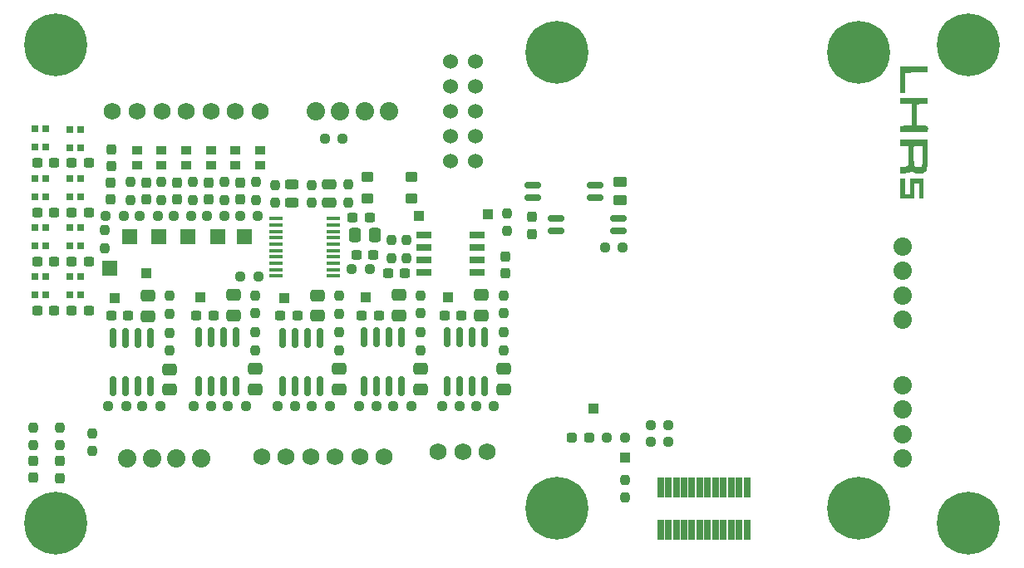
<source format=gbr>
%TF.GenerationSoftware,KiCad,Pcbnew,9.0.0*%
%TF.CreationDate,2025-08-25T22:46:20-05:00*%
%TF.ProjectId,BPS-Voltage_Temp_Board,4250532d-566f-46c7-9461-67655f54656d,rev?*%
%TF.SameCoordinates,Original*%
%TF.FileFunction,Soldermask,Top*%
%TF.FilePolarity,Negative*%
%FSLAX46Y46*%
G04 Gerber Fmt 4.6, Leading zero omitted, Abs format (unit mm)*
G04 Created by KiCad (PCBNEW 9.0.0) date 2025-08-25 22:46:20*
%MOMM*%
%LPD*%
G01*
G04 APERTURE LIST*
G04 Aperture macros list*
%AMRoundRect*
0 Rectangle with rounded corners*
0 $1 Rounding radius*
0 $2 $3 $4 $5 $6 $7 $8 $9 X,Y pos of 4 corners*
0 Add a 4 corners polygon primitive as box body*
4,1,4,$2,$3,$4,$5,$6,$7,$8,$9,$2,$3,0*
0 Add four circle primitives for the rounded corners*
1,1,$1+$1,$2,$3*
1,1,$1+$1,$4,$5*
1,1,$1+$1,$6,$7*
1,1,$1+$1,$8,$9*
0 Add four rect primitives between the rounded corners*
20,1,$1+$1,$2,$3,$4,$5,0*
20,1,$1+$1,$4,$5,$6,$7,0*
20,1,$1+$1,$6,$7,$8,$9,0*
20,1,$1+$1,$8,$9,$2,$3,0*%
G04 Aperture macros list end*
%ADD10C,0.000000*%
%ADD11RoundRect,0.250000X0.475000X-0.337500X0.475000X0.337500X-0.475000X0.337500X-0.475000X-0.337500X0*%
%ADD12R,1.000000X1.000000*%
%ADD13RoundRect,0.237500X-0.300000X-0.237500X0.300000X-0.237500X0.300000X0.237500X-0.300000X0.237500X0*%
%ADD14R,0.700000X0.700000*%
%ADD15RoundRect,0.237500X-0.237500X0.250000X-0.237500X-0.250000X0.237500X-0.250000X0.237500X0.250000X0*%
%ADD16C,1.524000*%
%ADD17RoundRect,0.237500X-0.237500X0.300000X-0.237500X-0.300000X0.237500X-0.300000X0.237500X0.300000X0*%
%ADD18C,3.600000*%
%ADD19C,6.400000*%
%ADD20RoundRect,0.250000X-0.475000X0.250000X-0.475000X-0.250000X0.475000X-0.250000X0.475000X0.250000X0*%
%ADD21RoundRect,0.237500X-0.287500X-0.237500X0.287500X-0.237500X0.287500X0.237500X-0.287500X0.237500X0*%
%ADD22RoundRect,0.237500X-0.250000X-0.237500X0.250000X-0.237500X0.250000X0.237500X-0.250000X0.237500X0*%
%ADD23R,1.010000X0.940000*%
%ADD24C,1.875000*%
%ADD25RoundRect,0.237500X0.237500X-0.250000X0.237500X0.250000X-0.237500X0.250000X-0.237500X-0.250000X0*%
%ADD26RoundRect,0.237500X0.250000X0.237500X-0.250000X0.237500X-0.250000X-0.237500X0.250000X-0.237500X0*%
%ADD27RoundRect,0.250000X-0.337500X-0.475000X0.337500X-0.475000X0.337500X0.475000X-0.337500X0.475000X0*%
%ADD28RoundRect,0.237500X0.300000X0.237500X-0.300000X0.237500X-0.300000X-0.237500X0.300000X-0.237500X0*%
%ADD29C,1.752600*%
%ADD30RoundRect,0.102000X0.275000X0.900000X-0.275000X0.900000X-0.275000X-0.900000X0.275000X-0.900000X0*%
%ADD31RoundRect,0.150000X0.150000X-0.825000X0.150000X0.825000X-0.150000X0.825000X-0.150000X-0.825000X0*%
%ADD32RoundRect,0.237500X0.237500X-0.300000X0.237500X0.300000X-0.237500X0.300000X-0.237500X-0.300000X0*%
%ADD33RoundRect,0.243750X0.456250X-0.243750X0.456250X0.243750X-0.456250X0.243750X-0.456250X-0.243750X0*%
%ADD34RoundRect,0.102000X0.500000X0.375000X-0.500000X0.375000X-0.500000X-0.375000X0.500000X-0.375000X0*%
%ADD35R,1.500000X1.500000*%
%ADD36RoundRect,0.237500X0.237500X-0.287500X0.237500X0.287500X-0.237500X0.287500X-0.237500X-0.287500X0*%
%ADD37RoundRect,0.250000X-0.450000X0.262500X-0.450000X-0.262500X0.450000X-0.262500X0.450000X0.262500X0*%
%ADD38RoundRect,0.150000X-0.662500X-0.150000X0.662500X-0.150000X0.662500X0.150000X-0.662500X0.150000X0*%
%ADD39R,1.528000X0.650000*%
%ADD40RoundRect,0.150000X0.662500X0.150000X-0.662500X0.150000X-0.662500X-0.150000X0.662500X-0.150000X0*%
%ADD41R,1.475000X0.450000*%
G04 APERTURE END LIST*
D10*
%TO.C,LOGO2*%
G36*
X209438512Y-71907834D02*
G01*
X210837024Y-71921231D01*
X210837024Y-72198413D01*
X210837024Y-72475596D01*
X209703095Y-72500794D01*
X208569167Y-72525993D01*
X208555524Y-73546528D01*
X208541881Y-74567064D01*
X208290941Y-74567064D01*
X208040000Y-74567064D01*
X208040000Y-73230751D01*
X208040000Y-71894438D01*
X209438512Y-71907834D01*
G37*
G36*
X208501508Y-84131151D02*
G01*
X208501508Y-84912301D01*
X208753492Y-84912301D01*
X209005476Y-84912301D01*
X209005476Y-84131151D01*
X209005476Y-83350000D01*
X209711032Y-83350000D01*
X210416587Y-83350000D01*
X210416587Y-84357936D01*
X210416587Y-85365873D01*
X210189802Y-85365873D01*
X209963016Y-85365873D01*
X209963016Y-84584722D01*
X209963016Y-83803571D01*
X209711032Y-83803571D01*
X209459048Y-83803571D01*
X209459048Y-84584722D01*
X209459048Y-85365873D01*
X208753492Y-85365873D01*
X208047937Y-85365873D01*
X208047937Y-84357936D01*
X208047937Y-83350000D01*
X208274722Y-83350000D01*
X208501508Y-83350000D01*
X208501508Y-84131151D01*
G37*
G36*
X209436086Y-75082830D02*
G01*
X210837024Y-75096231D01*
X210851975Y-75352691D01*
X210847139Y-75551790D01*
X210804580Y-75660363D01*
X210798756Y-75665728D01*
X210721427Y-75691275D01*
X210568757Y-75714051D01*
X210366199Y-75730876D01*
X210229439Y-75736847D01*
X209728294Y-75751389D01*
X209728294Y-76834921D01*
X209728294Y-77918453D01*
X210269526Y-77932752D01*
X210527445Y-77942061D01*
X210700221Y-77961771D01*
X210803491Y-78003781D01*
X210852895Y-78079990D01*
X210864070Y-78202298D01*
X210853130Y-78376828D01*
X210837024Y-78573612D01*
X209438512Y-78587008D01*
X208040000Y-78600404D01*
X208040000Y-78273678D01*
X208040000Y-77946952D01*
X208606964Y-77932703D01*
X209173929Y-77918453D01*
X209187506Y-76823982D01*
X209201084Y-75729510D01*
X208633141Y-75715251D01*
X208065199Y-75700993D01*
X208050174Y-75385211D01*
X208035149Y-75069429D01*
X209436086Y-75082830D01*
G37*
G36*
X209887884Y-79354762D02*
G01*
X210809905Y-79354762D01*
X210841491Y-79480608D01*
X210849274Y-79563764D01*
X210854850Y-79732805D01*
X210858097Y-79972847D01*
X210858894Y-80269004D01*
X210857120Y-80606389D01*
X210853276Y-80929517D01*
X210844807Y-81397725D01*
X210832131Y-81775655D01*
X210811144Y-82073823D01*
X210777743Y-82302744D01*
X210727822Y-82472934D01*
X210657279Y-82594908D01*
X210562008Y-82679182D01*
X210437906Y-82736272D01*
X210280868Y-82776693D01*
X210121144Y-82805352D01*
X209918686Y-82815781D01*
X209696195Y-82792188D01*
X209487652Y-82741695D01*
X209327034Y-82671422D01*
X209271840Y-82627371D01*
X209205924Y-82563130D01*
X209153618Y-82563297D01*
X209073428Y-82630288D01*
X209063615Y-82639499D01*
X208988649Y-82695563D01*
X208891225Y-82732230D01*
X208746366Y-82755316D01*
X208529095Y-82770634D01*
X208492571Y-82772438D01*
X208040000Y-82794076D01*
X208040000Y-82460332D01*
X208040000Y-82126588D01*
X208335585Y-82126588D01*
X208542287Y-82114342D01*
X208685649Y-82071898D01*
X208763958Y-82022136D01*
X208896746Y-81917685D01*
X208896746Y-80963803D01*
X208896746Y-80728345D01*
X209405481Y-80728345D01*
X209408874Y-81027158D01*
X209408902Y-81028719D01*
X209415993Y-81365482D01*
X209424390Y-81615965D01*
X209435596Y-81794681D01*
X209451115Y-81916141D01*
X209472449Y-81994859D01*
X209501103Y-82045349D01*
X209515907Y-82061853D01*
X209634038Y-82127195D01*
X209825503Y-82151407D01*
X209860538Y-82151786D01*
X210029871Y-82141791D01*
X210136804Y-82103410D01*
X210211516Y-82032810D01*
X210245454Y-81982720D01*
X210270399Y-81918423D01*
X210287713Y-81824814D01*
X210298753Y-81686788D01*
X210304877Y-81489240D01*
X210307446Y-81217064D01*
X210307857Y-80961878D01*
X210307857Y-80009921D01*
X209887884Y-80009921D01*
X209690347Y-80014188D01*
X209532626Y-80025542D01*
X209440988Y-80041816D01*
X209429901Y-80047719D01*
X209418801Y-80107819D01*
X209410796Y-80252244D01*
X209406239Y-80464564D01*
X209405481Y-80728345D01*
X208896746Y-80728345D01*
X208896746Y-80009921D01*
X208468373Y-80009921D01*
X208040000Y-80009921D01*
X208040000Y-79682342D01*
X208040000Y-79354762D01*
X209424953Y-79354762D01*
X209887884Y-79354762D01*
G37*
%TD*%
D11*
%TO.C,C31*%
X156951600Y-97287500D03*
X156951600Y-95212500D03*
%TD*%
D12*
%TO.C,TP15*%
X162000000Y-95449000D03*
%TD*%
D13*
%TO.C,C10*%
X120137500Y-81750000D03*
X121862500Y-81750000D03*
%TD*%
D14*
%TO.C,D3*%
X121000000Y-83335000D03*
X119900000Y-83335000D03*
X119900000Y-85165000D03*
X121000000Y-85165000D03*
%TD*%
D15*
%TO.C,R60*%
X148075650Y-83963000D03*
X148075650Y-85788000D03*
%TD*%
D16*
%TO.C,J5*%
X164790000Y-71402900D03*
X162250000Y-71402900D03*
X164790000Y-73942900D03*
X162250000Y-73942900D03*
X164790000Y-76482900D03*
X162250000Y-76482900D03*
X164790000Y-79022900D03*
X162250000Y-79022900D03*
X164790000Y-81562900D03*
X162250000Y-81562900D03*
%TD*%
D17*
%TO.C,C39*%
X140800000Y-83737500D03*
X140800000Y-85462500D03*
%TD*%
D14*
%TO.C,D7*%
X124550000Y-88335000D03*
X123450000Y-88335000D03*
X123450000Y-90165000D03*
X124550000Y-90165000D03*
%TD*%
D18*
%TO.C,MH4*%
X214975000Y-69700000D03*
D19*
X214975000Y-69700000D03*
%TD*%
D13*
%TO.C,C9*%
X161637500Y-97250000D03*
X163362500Y-97250000D03*
%TD*%
D20*
%TO.C,C2*%
X149843250Y-83875000D03*
X149843250Y-85775000D03*
%TD*%
D21*
%TO.C,D10*%
X174625000Y-109750000D03*
X176375000Y-109750000D03*
%TD*%
D22*
%TO.C,R37*%
X136040000Y-106500000D03*
X137865000Y-106500000D03*
%TD*%
D11*
%TO.C,C28*%
X150885000Y-104812500D03*
X150885000Y-102737500D03*
%TD*%
D23*
%TO.C,F7*%
X142800000Y-80410000D03*
X142800000Y-81990000D03*
%TD*%
D24*
%TO.C,J6*%
X136794200Y-111820000D03*
X134294200Y-111820000D03*
X131794200Y-111820000D03*
X129294200Y-111820000D03*
%TD*%
D12*
%TO.C,TP12*%
X136702500Y-95449000D03*
%TD*%
D25*
%TO.C,R40*%
X142337500Y-97075000D03*
X142337500Y-95250000D03*
%TD*%
D11*
%TO.C,C27*%
X140087500Y-97287500D03*
X140087500Y-95212500D03*
%TD*%
D12*
%TO.C,TP13*%
X145250000Y-95474000D03*
%TD*%
D11*
%TO.C,C29*%
X159201600Y-104787500D03*
X159201600Y-102712500D03*
%TD*%
D26*
%TO.C,R14*%
X184430100Y-110199500D03*
X182605100Y-110199500D03*
%TD*%
D13*
%TO.C,C7*%
X144887500Y-97275000D03*
X146612500Y-97275000D03*
%TD*%
D27*
%TO.C,C18*%
X152462500Y-89100000D03*
X154537500Y-89100000D03*
%TD*%
D14*
%TO.C,D4*%
X121000000Y-88335000D03*
X119900000Y-88335000D03*
X119900000Y-90165000D03*
X121000000Y-90165000D03*
%TD*%
D28*
%TO.C,C42*%
X157594900Y-93000000D03*
X155869900Y-93000000D03*
%TD*%
D13*
%TO.C,C8*%
X153204100Y-97250000D03*
X154929100Y-97250000D03*
%TD*%
D12*
%TO.C,TP11*%
X128000000Y-95498999D03*
%TD*%
D14*
%TO.C,D5*%
X121000000Y-93335000D03*
X119900000Y-93335000D03*
X119900000Y-95165000D03*
X121000000Y-95165000D03*
%TD*%
D29*
%TO.C,J11*%
X127801000Y-76479000D03*
X130301000Y-76479000D03*
X132801000Y-76479000D03*
X135301000Y-76479000D03*
X137801000Y-76479000D03*
X140301000Y-76479000D03*
X142801000Y-76479000D03*
%TD*%
D22*
%TO.C,R38*%
X139540000Y-106500000D03*
X141365000Y-106500000D03*
%TD*%
D13*
%TO.C,C12*%
X120137500Y-91750000D03*
X121862500Y-91750000D03*
%TD*%
D11*
%TO.C,C33*%
X165385000Y-97287500D03*
X165385000Y-95212500D03*
%TD*%
D30*
%TO.C,J10*%
X183617600Y-119099500D03*
X183617600Y-114799500D03*
X184417600Y-119099500D03*
X184417600Y-114799500D03*
X185217600Y-119099500D03*
X185217600Y-114799500D03*
X186017600Y-119099500D03*
X186017600Y-114799500D03*
X186817600Y-119099500D03*
X186817600Y-114799500D03*
X187617597Y-119099500D03*
X187617597Y-114799500D03*
X188417600Y-119099500D03*
X188417600Y-114799500D03*
X189217600Y-119099500D03*
X189217600Y-114799500D03*
X190017600Y-119099500D03*
X190017600Y-114799500D03*
X190817600Y-119099500D03*
X190817600Y-114799500D03*
X191617600Y-119099500D03*
X191617600Y-114799500D03*
X192417600Y-119099500D03*
X192417600Y-114799500D03*
D18*
X203787600Y-116949500D03*
D19*
X203787600Y-116949500D03*
D18*
X173037600Y-116949500D03*
D19*
X173037600Y-116949500D03*
D18*
X173037600Y-70479500D03*
D19*
X173037600Y-70479500D03*
D18*
X203777600Y-70479500D03*
D19*
X203777600Y-70479500D03*
%TD*%
D31*
%TO.C,U4*%
X127845000Y-104524999D03*
X129115000Y-104524999D03*
X130385000Y-104524999D03*
X131655000Y-104524999D03*
X131655000Y-99574999D03*
X130385000Y-99574999D03*
X129115000Y-99574999D03*
X127845000Y-99574999D03*
%TD*%
D23*
%TO.C,F9*%
X137800000Y-80410000D03*
X137800000Y-81990000D03*
%TD*%
D26*
%TO.C,R28*%
X142612500Y-87100000D03*
X140787500Y-87100000D03*
%TD*%
D32*
%TO.C,C35*%
X127600000Y-85462500D03*
X127600000Y-83737500D03*
%TD*%
D33*
%TO.C,D1*%
X146075650Y-85813000D03*
X146075650Y-83938000D03*
%TD*%
D34*
%TO.C,SW1*%
X158250000Y-83175000D03*
X153750000Y-83175000D03*
X158250000Y-85325000D03*
X153750000Y-85325000D03*
%TD*%
D22*
%TO.C,R41*%
X144587500Y-106525000D03*
X146412500Y-106525000D03*
%TD*%
D26*
%TO.C,R15*%
X184430100Y-108449500D03*
X182605100Y-108449500D03*
%TD*%
D17*
%TO.C,C37*%
X134400000Y-83737500D03*
X134400000Y-85462500D03*
%TD*%
D15*
%TO.C,R59*%
X168000000Y-86837500D03*
X168000000Y-88662500D03*
%TD*%
D28*
%TO.C,C16*%
X125362500Y-86750000D03*
X123637500Y-86750000D03*
%TD*%
D22*
%TO.C,R44*%
X156404100Y-106500000D03*
X158229100Y-106500000D03*
%TD*%
D17*
%TO.C,C36*%
X131200000Y-83737500D03*
X131200000Y-85462500D03*
%TD*%
D35*
%TO.C,TP16*%
X127500000Y-92500000D03*
%TD*%
D12*
%TO.C,TP14*%
X153566600Y-95449000D03*
%TD*%
D25*
%TO.C,R52*%
X167635000Y-97075000D03*
X167635000Y-95250000D03*
%TD*%
D14*
%TO.C,D6*%
X124550000Y-93335000D03*
X123450000Y-93335000D03*
X123450000Y-95165000D03*
X124550000Y-95165000D03*
%TD*%
D11*
%TO.C,C3*%
X133635000Y-104837499D03*
X133635000Y-102762499D03*
%TD*%
D26*
%TO.C,R27*%
X139212500Y-87100000D03*
X137387500Y-87100000D03*
%TD*%
D15*
%TO.C,R18*%
X119720000Y-108697500D03*
X119720000Y-110522500D03*
%TD*%
D14*
%TO.C,D8*%
X124550000Y-83335000D03*
X123450000Y-83335000D03*
X123450000Y-85165000D03*
X124550000Y-85165000D03*
%TD*%
D26*
%TO.C,R25*%
X128912500Y-87100000D03*
X127087500Y-87100000D03*
%TD*%
%TO.C,R31*%
X179962500Y-109750000D03*
X178137500Y-109750000D03*
%TD*%
%TO.C,R2*%
X142662500Y-93325000D03*
X140837500Y-93325000D03*
%TD*%
D35*
%TO.C,TP19*%
X135500000Y-89250000D03*
%TD*%
D31*
%TO.C,U12*%
X145095000Y-104500000D03*
X146365000Y-104500000D03*
X147635000Y-104500000D03*
X148905000Y-104500000D03*
X148905000Y-99550000D03*
X147635000Y-99550000D03*
X146365000Y-99550000D03*
X145095000Y-99550000D03*
%TD*%
D23*
%TO.C,F12*%
X130300000Y-80410000D03*
X130300000Y-81990000D03*
%TD*%
D36*
%TO.C,D14*%
X119760000Y-113830000D03*
X119760000Y-112080000D03*
%TD*%
D25*
%TO.C,R12*%
X144325650Y-85788000D03*
X144325650Y-83963000D03*
%TD*%
D14*
%TO.C,D2*%
X121000000Y-78250000D03*
X119900000Y-78250000D03*
X119900000Y-80080000D03*
X121000000Y-80080000D03*
%TD*%
D13*
%TO.C,C5*%
X127637500Y-97299999D03*
X129362500Y-97299999D03*
%TD*%
D31*
%TO.C,U6*%
X136547500Y-104475000D03*
X137817500Y-104475000D03*
X139087500Y-104475000D03*
X140357500Y-104475000D03*
X140357500Y-99525000D03*
X139087500Y-99525000D03*
X137817500Y-99525000D03*
X136547500Y-99525000D03*
%TD*%
D12*
%TO.C,TP4*%
X131250000Y-93000000D03*
%TD*%
D22*
%TO.C,R1*%
X127337500Y-106549999D03*
X129162500Y-106549999D03*
%TD*%
%TO.C,R13*%
X177937500Y-90362500D03*
X179762500Y-90362500D03*
%TD*%
D24*
%TO.C,J13*%
X208316600Y-90250000D03*
X208316600Y-92750000D03*
X208316600Y-95250000D03*
X208316600Y-97750000D03*
%TD*%
D25*
%TO.C,R39*%
X142337500Y-100825000D03*
X142337500Y-99000000D03*
%TD*%
D22*
%TO.C,R23*%
X149425000Y-79250000D03*
X151250000Y-79250000D03*
%TD*%
D13*
%TO.C,C11*%
X120137500Y-86750000D03*
X121862500Y-86750000D03*
%TD*%
D22*
%TO.C,R43*%
X148087500Y-106525000D03*
X149912500Y-106525000D03*
%TD*%
D15*
%TO.C,R9*%
X156200000Y-89587500D03*
X156200000Y-91412500D03*
%TD*%
D25*
%TO.C,R36*%
X133635000Y-97124999D03*
X133635000Y-95299999D03*
%TD*%
D35*
%TO.C,TP20*%
X138500000Y-89250000D03*
%TD*%
D29*
%TO.C,J8*%
X155484200Y-111691895D03*
X152984200Y-111691895D03*
X150484200Y-111691895D03*
X147984200Y-111691895D03*
X145484200Y-111691895D03*
X142984200Y-111691895D03*
%TD*%
D13*
%TO.C,C6*%
X136340000Y-97250000D03*
X138065000Y-97250000D03*
%TD*%
D25*
%TO.C,R57*%
X139200000Y-85512500D03*
X139200000Y-83687500D03*
%TD*%
D37*
%TO.C,R5*%
X179487500Y-83687500D03*
X179487500Y-85512500D03*
%TD*%
D17*
%TO.C,C38*%
X137600000Y-83737500D03*
X137600000Y-85462500D03*
%TD*%
D12*
%TO.C,TP1*%
X159000000Y-87100000D03*
%TD*%
D28*
%TO.C,C14*%
X125362500Y-96750000D03*
X123637500Y-96750000D03*
%TD*%
D32*
%TO.C,C24*%
X167800000Y-92962500D03*
X167800000Y-91237500D03*
%TD*%
D25*
%TO.C,R54*%
X129600000Y-85512500D03*
X129600000Y-83687500D03*
%TD*%
D11*
%TO.C,C30*%
X148635000Y-97312500D03*
X148635000Y-95237500D03*
%TD*%
D26*
%TO.C,R26*%
X132412500Y-87100000D03*
X130587500Y-87100000D03*
%TD*%
D25*
%TO.C,R48*%
X159201600Y-97075000D03*
X159201600Y-95250000D03*
%TD*%
%TO.C,R29*%
X180000000Y-115862000D03*
X180000000Y-114037000D03*
%TD*%
D22*
%TO.C,R50*%
X164837500Y-106500000D03*
X166662500Y-106500000D03*
%TD*%
D17*
%TO.C,C34*%
X127700000Y-80337500D03*
X127700000Y-82062500D03*
%TD*%
D38*
%TO.C,U1*%
X172975000Y-87362500D03*
X172975000Y-88632500D03*
X179350000Y-88632500D03*
X179350000Y-87362500D03*
%TD*%
D25*
%TO.C,R51*%
X167635000Y-100825000D03*
X167635000Y-99000000D03*
%TD*%
D15*
%TO.C,R53*%
X127000000Y-88587500D03*
X127000000Y-90412500D03*
%TD*%
D25*
%TO.C,R46*%
X159201600Y-100825000D03*
X159201600Y-99000000D03*
%TD*%
D15*
%TO.C,R19*%
X122400000Y-108687500D03*
X122400000Y-110512500D03*
%TD*%
D25*
%TO.C,R8*%
X151843250Y-85737500D03*
X151843250Y-83912500D03*
%TD*%
D11*
%TO.C,C26*%
X142337500Y-104787500D03*
X142337500Y-102712500D03*
%TD*%
D13*
%TO.C,C40*%
X152250750Y-87305000D03*
X153975750Y-87305000D03*
%TD*%
D12*
%TO.C,TP2*%
X180000000Y-111800000D03*
%TD*%
D29*
%TO.C,J9*%
X165984200Y-111191895D03*
X163484200Y-111191895D03*
X160984200Y-111191895D03*
%TD*%
D28*
%TO.C,C17*%
X125362500Y-81750000D03*
X123637500Y-81750000D03*
%TD*%
D13*
%TO.C,C41*%
X152637500Y-91075000D03*
X154362500Y-91075000D03*
%TD*%
D23*
%TO.C,F11*%
X132800000Y-80410000D03*
X132800000Y-81990000D03*
%TD*%
D17*
%TO.C,C4*%
X170500000Y-87250000D03*
X170500000Y-88975000D03*
%TD*%
D14*
%TO.C,D9*%
X124550000Y-78335000D03*
X123450000Y-78335000D03*
X123450000Y-80165000D03*
X124550000Y-80165000D03*
%TD*%
D22*
%TO.C,R42*%
X152904100Y-106500000D03*
X154729100Y-106500000D03*
%TD*%
D23*
%TO.C,F10*%
X135300000Y-80410000D03*
X135300000Y-81990000D03*
%TD*%
D15*
%TO.C,R10*%
X157700000Y-89587500D03*
X157700000Y-91412500D03*
%TD*%
D18*
%TO.C,MH1*%
X122017600Y-69699500D03*
D19*
X122017600Y-69699500D03*
%TD*%
D23*
%TO.C,F8*%
X140300000Y-80410000D03*
X140300000Y-81990000D03*
%TD*%
D18*
%TO.C,MH3*%
X214975000Y-118449500D03*
D19*
X214975000Y-118449500D03*
%TD*%
D24*
%TO.C,J12*%
X208316600Y-104389500D03*
X208316600Y-106889500D03*
X208316600Y-109389500D03*
X208316600Y-111889500D03*
%TD*%
D39*
%TO.C,IC1*%
X164961000Y-92905000D03*
X164961000Y-91635000D03*
X164961000Y-90365000D03*
X164961000Y-89095000D03*
X159539000Y-89095000D03*
X159539000Y-90365000D03*
X159539000Y-91635000D03*
X159539000Y-92905000D03*
%TD*%
D22*
%TO.C,R49*%
X161337500Y-106500000D03*
X163162500Y-106500000D03*
%TD*%
D35*
%TO.C,TP17*%
X129500000Y-89250000D03*
%TD*%
D26*
%TO.C,R11*%
X154005750Y-92575000D03*
X152180750Y-92575000D03*
%TD*%
D11*
%TO.C,C32*%
X167635000Y-104787500D03*
X167635000Y-102712500D03*
%TD*%
D36*
%TO.C,D15*%
X122400000Y-113875000D03*
X122400000Y-112125000D03*
%TD*%
D18*
%TO.C,MH2*%
X122017600Y-118449500D03*
D19*
X122017600Y-118449500D03*
%TD*%
D25*
%TO.C,R47*%
X150885000Y-97100000D03*
X150885000Y-95275000D03*
%TD*%
D13*
%TO.C,C13*%
X120137500Y-96750000D03*
X121862500Y-96750000D03*
%TD*%
D11*
%TO.C,C25*%
X131385000Y-97337499D03*
X131385000Y-95262499D03*
%TD*%
D25*
%TO.C,R56*%
X136000000Y-85512500D03*
X136000000Y-83687500D03*
%TD*%
D24*
%TO.C,J7*%
X148491000Y-76451000D03*
X150991000Y-76451000D03*
X153491000Y-76451000D03*
X155991000Y-76451000D03*
%TD*%
D12*
%TO.C,TP3*%
X166000000Y-87000000D03*
%TD*%
D25*
%TO.C,R35*%
X133635000Y-100874999D03*
X133635000Y-99049999D03*
%TD*%
D15*
%TO.C,R24*%
X125700000Y-109287500D03*
X125700000Y-111112500D03*
%TD*%
D31*
%TO.C,U14*%
X161845000Y-104475000D03*
X163115000Y-104475000D03*
X164385000Y-104475000D03*
X165655000Y-104475000D03*
X165655000Y-99525000D03*
X164385000Y-99525000D03*
X163115000Y-99525000D03*
X161845000Y-99525000D03*
%TD*%
D25*
%TO.C,R55*%
X132800000Y-85512500D03*
X132800000Y-83687500D03*
%TD*%
D35*
%TO.C,TP18*%
X132500000Y-89250000D03*
%TD*%
D31*
%TO.C,U13*%
X153411600Y-104475000D03*
X154681600Y-104475000D03*
X155951600Y-104475000D03*
X157221600Y-104475000D03*
X157221600Y-99525000D03*
X155951600Y-99525000D03*
X154681600Y-99525000D03*
X153411600Y-99525000D03*
%TD*%
D25*
%TO.C,R58*%
X142400000Y-85512500D03*
X142400000Y-83687500D03*
%TD*%
D28*
%TO.C,C15*%
X125362500Y-91750000D03*
X123637500Y-91750000D03*
%TD*%
D26*
%TO.C,R30*%
X135812500Y-87100000D03*
X133987500Y-87100000D03*
%TD*%
D40*
%TO.C,U3*%
X176987500Y-85235000D03*
X176987500Y-83965000D03*
X170612500Y-83965000D03*
X170612500Y-85235000D03*
%TD*%
D25*
%TO.C,R45*%
X150885000Y-100850000D03*
X150885000Y-99025000D03*
%TD*%
D12*
%TO.C,TP5*%
X176800000Y-106800000D03*
%TD*%
D35*
%TO.C,TP21*%
X141250000Y-89250000D03*
%TD*%
D22*
%TO.C,R34*%
X130837500Y-106549999D03*
X132662500Y-106549999D03*
%TD*%
D41*
%TO.C,U2*%
X150281250Y-93250000D03*
X150281250Y-92600000D03*
X150281250Y-91950000D03*
X150281250Y-91300000D03*
X150281250Y-90650000D03*
X150281250Y-90000000D03*
X150281250Y-89350000D03*
X150281250Y-88700000D03*
X150281250Y-88050000D03*
X150281250Y-87400000D03*
X144405250Y-87400000D03*
X144405250Y-88050000D03*
X144405250Y-88700000D03*
X144405250Y-89350000D03*
X144405250Y-90000000D03*
X144405250Y-90650000D03*
X144405250Y-91300000D03*
X144405250Y-91950000D03*
X144405250Y-92600000D03*
X144405250Y-93250000D03*
%TD*%
M02*

</source>
